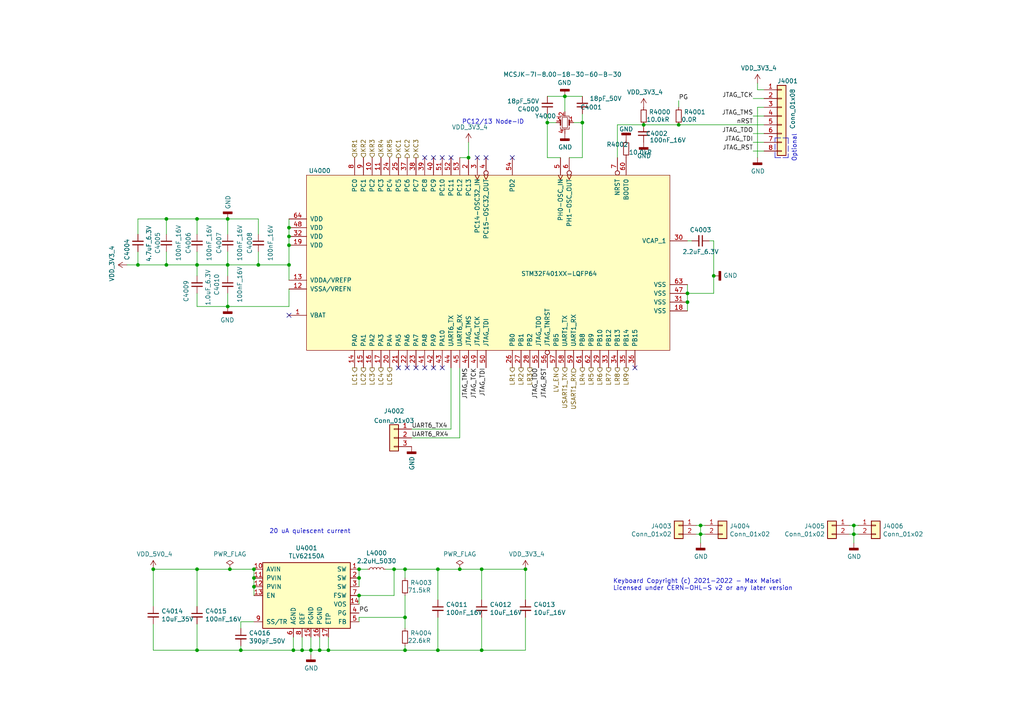
<source format=kicad_sch>
(kicad_sch (version 20211123) (generator eeschema)
  (paper "A4")
  (lib_symbols
    (symbol "Keyboard:0.0R" (pin_numbers hide) (pin_names (offset 0.254) hide)
      (property "Reference" "R" (at 0.762 0.508 0))
      (property "Value" "0.0R" (at 0.762 -1.016 0))
      (symbol "0.0R_0_1"
        (rectangle (start -0.762 1.778) (end 0.762 -1.778) (stroke (width 0.2032)))
      )
      (symbol "0.0R_1_1"
        (pin passive line (at 0 2.54 270) (length 0.762) (name "~") (number "1"))
        (pin passive line (at 0 -2.54 90) (length 0.762) (name "~") (number "2"))
      )
    )
    (symbol "Keyboard:1.0uF_6.3V" (pin_numbers hide) (pin_names (offset 0.254) hide)
      (property "Reference" "C" (at 0.254 1.778 0))
      (property "Value" "1.0uF_6.3V" (at 0.254 -2.032 0))
      (symbol "1.0uF_6.3V_0_1"
        (polyline (pts (xy -1.524 -0.508) (xy 1.524 -0.508)) (stroke (width 0.3302)))
        (polyline (pts (xy -1.524 0.508) (xy 1.524 0.508)) (stroke (width 0.3048)))
      )
      (symbol "1.0uF_6.3V_1_1"
        (pin passive line (at 0 2.54 270) (length 2.032) (name "~") (number "1"))
        (pin passive line (at 0 -2.54 90) (length 2.032) (name "~") (number "2"))
      )
    )
    (symbol "Keyboard:10.0kR" (pin_numbers hide) (pin_names (offset 0.254) hide)
      (property "Reference" "R" (at 0.762 0.508 0))
      (property "Value" "10.0kR" (at 0.762 -1.016 0))
      (symbol "10.0kR_0_1"
        (rectangle (start -0.762 1.778) (end 0.762 -1.778) (stroke (width 0.2032)))
      )
      (symbol "10.0kR_1_1"
        (pin passive line (at 0 2.54 270) (length 0.762) (name "~") (number "1"))
        (pin passive line (at 0 -2.54 90) (length 0.762) (name "~") (number "2"))
      )
    )
    (symbol "Keyboard:100nF_16V" (pin_numbers hide) (pin_names (offset 0.254) hide)
      (property "Reference" "C" (at 0.254 1.778 0))
      (property "Value" "100nF_16V" (at 0.254 -2.032 0))
      (symbol "100nF_16V_0_1"
        (polyline (pts (xy -1.524 -0.508) (xy 1.524 -0.508)) (stroke (width 0.3302)))
        (polyline (pts (xy -1.524 0.508) (xy 1.524 0.508)) (stroke (width 0.3048)))
      )
      (symbol "100nF_16V_1_1"
        (pin passive line (at 0 2.54 270) (length 2.032) (name "~") (number "1"))
        (pin passive line (at 0 -2.54 90) (length 2.032) (name "~") (number "2"))
      )
    )
    (symbol "Keyboard:10uF_16V" (pin_numbers hide) (pin_names (offset 0.254) hide)
      (property "Reference" "C" (at 0.254 1.778 0))
      (property "Value" "10uF_16V" (at 0.254 -2.032 0))
      (symbol "10uF_16V_0_1"
        (polyline (pts (xy -1.524 -0.508) (xy 1.524 -0.508)) (stroke (width 0.3302)))
        (polyline (pts (xy -1.524 0.508) (xy 1.524 0.508)) (stroke (width 0.3048)))
      )
      (symbol "10uF_16V_1_1"
        (pin passive line (at 0 2.54 270) (length 2.032) (name "~") (number "1"))
        (pin passive line (at 0 -2.54 90) (length 2.032) (name "~") (number "2"))
      )
    )
    (symbol "Keyboard:10uF_35V" (pin_numbers hide) (pin_names (offset 0.254) hide)
      (property "Reference" "C" (at 0.254 1.778 0))
      (property "Value" "10uF_35V" (at 0.254 -2.032 0))
      (symbol "10uF_35V_0_1"
        (polyline (pts (xy -1.524 -0.508) (xy 1.524 -0.508)) (stroke (width 0.3302)))
        (polyline (pts (xy -1.524 0.508) (xy 1.524 0.508)) (stroke (width 0.3048)))
      )
      (symbol "10uF_35V_1_1"
        (pin passive line (at 0 2.54 270) (length 2.032) (name "~") (number "1"))
        (pin passive line (at 0 -2.54 90) (length 2.032) (name "~") (number "2"))
      )
    )
    (symbol "Keyboard:18pF_50V" (pin_numbers hide) (pin_names (offset 0.254) hide)
      (property "Reference" "C" (at 0.254 1.778 0))
      (property "Value" "18pF_50V" (at 0.254 -2.032 0))
      (symbol "18pF_50V_0_1"
        (polyline (pts (xy -1.524 -0.508) (xy 1.524 -0.508)) (stroke (width 0.3302)))
        (polyline (pts (xy -1.524 0.508) (xy 1.524 0.508)) (stroke (width 0.3048)))
      )
      (symbol "18pF_50V_1_1"
        (pin passive line (at 0 2.54 270) (length 2.032) (name "~") (number "1"))
        (pin passive line (at 0 -2.54 90) (length 2.032) (name "~") (number "2"))
      )
    )
    (symbol "Keyboard:2.2uF_6.3V" (pin_numbers hide) (pin_names (offset 0.254) hide)
      (property "Reference" "C" (at 0.254 1.778 0))
      (property "Value" "2.2uF_6.3V" (at 0.254 -2.032 0))
      (symbol "2.2uF_6.3V_0_1"
        (polyline (pts (xy -1.524 -0.508) (xy 1.524 -0.508)) (stroke (width 0.3302)))
        (polyline (pts (xy -1.524 0.508) (xy 1.524 0.508)) (stroke (width 0.3048)))
      )
      (symbol "2.2uF_6.3V_1_1"
        (pin passive line (at 0 2.54 270) (length 2.032) (name "~") (number "1"))
        (pin passive line (at 0 -2.54 90) (length 2.032) (name "~") (number "2"))
      )
    )
    (symbol "Keyboard:2.2uH_5030" (pin_numbers hide) (pin_names (offset 0.254) hide)
      (property "Reference" "L" (at 0.762 1.016 0))
      (property "Value" "2.2uH_5030" (at 0.762 -1.016 0))
      (symbol "2.2uH_5030_0_1"
        (arc (start 0 -2.032) (mid 0.508 -1.524) (end 0 -1.016))
        (arc (start 0 -1.016) (mid 0.508 -0.508) (end 0 0))
        (arc (start 0 0) (mid 0.508 0.508) (end 0 1.016))
        (arc (start 0 1.016) (mid 0.508 1.524) (end 0 2.032))
      )
      (symbol "2.2uH_5030_1_1"
        (pin passive line (at 0 2.54 270) (length 0.508) (name "~") (number "1"))
        (pin passive line (at 0 -2.54 90) (length 0.508) (name "~") (number "2"))
      )
    )
    (symbol "Keyboard:22.6kR" (pin_numbers hide) (pin_names (offset 0.254) hide)
      (property "Reference" "R" (at 0.762 0.508 0))
      (property "Value" "22.6kR" (at 0.762 -1.016 0))
      (symbol "22.6kR_0_1"
        (rectangle (start -0.762 1.778) (end 0.762 -1.778) (stroke (width 0.2032)))
      )
      (symbol "22.6kR_1_1"
        (pin passive line (at 0 2.54 270) (length 0.762) (name "~") (number "1"))
        (pin passive line (at 0 -2.54 90) (length 0.762) (name "~") (number "2"))
      )
    )
    (symbol "Keyboard:390pF_50V" (pin_numbers hide) (pin_names (offset 0.254) hide)
      (property "Reference" "C" (at 0.254 1.778 0))
      (property "Value" "390pF_50V" (at 0.254 -2.032 0))
      (symbol "390pF_50V_0_1"
        (polyline (pts (xy -1.524 -0.508) (xy 1.524 -0.508)) (stroke (width 0.3302)))
        (polyline (pts (xy -1.524 0.508) (xy 1.524 0.508)) (stroke (width 0.3048)))
      )
      (symbol "390pF_50V_1_1"
        (pin passive line (at 0 2.54 270) (length 2.032) (name "~") (number "1"))
        (pin passive line (at 0 -2.54 90) (length 2.032) (name "~") (number "2"))
      )
    )
    (symbol "Keyboard:4.7uF_6.3V" (pin_numbers hide) (pin_names (offset 0.254) hide)
      (property "Reference" "C" (at 0.254 1.778 0))
      (property "Value" "4.7uF_6.3V" (at 0.254 -2.032 0))
      (symbol "4.7uF_6.3V_0_1"
        (polyline (pts (xy -1.524 -0.508) (xy 1.524 -0.508)) (stroke (width 0.3302)))
        (polyline (pts (xy -1.524 0.508) (xy 1.524 0.508)) (stroke (width 0.3048)))
      )
      (symbol "4.7uF_6.3V_1_1"
        (pin passive line (at 0 2.54 270) (length 2.032) (name "~") (number "1"))
        (pin passive line (at 0 -2.54 90) (length 2.032) (name "~") (number "2"))
      )
    )
    (symbol "Keyboard:71.5kR" (pin_numbers hide) (pin_names (offset 0.254) hide)
      (property "Reference" "R" (at 0.762 0.508 0))
      (property "Value" "71.5kR" (at 0.762 -1.016 0))
      (symbol "71.5kR_0_1"
        (rectangle (start -0.762 1.778) (end 0.762 -1.778) (stroke (width 0.2032)))
      )
      (symbol "71.5kR_1_1"
        (pin passive line (at 0 2.54 270) (length 0.762) (name "~") (number "1"))
        (pin passive line (at 0 -2.54 90) (length 0.762) (name "~") (number "2"))
      )
    )
    (symbol "Keyboard:Conn_01x02" (pin_names (offset 1.016) hide)
      (property "Reference" "J" (at 0 3.81 0))
      (property "Value" "Conn_01x02" (at 0 -3.81 0))
      (symbol "Conn_01x02_1_1"
        (rectangle (start -1.27 -1.143) (end 0 -1.397) (stroke (width 0.1524)))
        (rectangle (start -1.27 1.397) (end 0 1.143) (stroke (width 0.1524)))
        (rectangle (start -1.27 2.54) (end 1.27 -2.54) (stroke (width 0.254)) (fill (type background)))
        (pin passive line (at -5.08 1.27 0) (length 3.81) (name "Pin_1") (number "1"))
        (pin passive line (at -5.08 -1.27 0) (length 3.81) (name "Pin_2") (number "2"))
      )
    )
    (symbol "Keyboard:Conn_01x03" (pin_names (offset 1.016) hide)
      (property "Reference" "J" (at 0 5.08 0))
      (property "Value" "Conn_01x03" (at 0 -5.715 0))
      (symbol "Conn_01x03_1_1"
        (rectangle (start -1.27 -2.413) (end 0 -2.667) (stroke (width 0.1524)))
        (rectangle (start -1.27 0.127) (end 0 -0.127) (stroke (width 0.1524)))
        (rectangle (start -1.27 2.667) (end 0 2.413) (stroke (width 0.1524)))
        (rectangle (start -1.27 3.81) (end 1.27 -3.81) (stroke (width 0.254)) (fill (type background)))
        (pin passive line (at -5.08 2.54 0) (length 3.81) (name "Pin_1") (number "1"))
        (pin passive line (at -5.08 0 0) (length 3.81) (name "Pin_2") (number "2"))
        (pin passive line (at -5.08 -2.54 0) (length 3.81) (name "Pin_3") (number "3"))
      )
    )
    (symbol "Keyboard:Conn_01x08" (pin_names (offset 1.016) hide)
      (property "Reference" "J" (at 0 10.16 0))
      (property "Value" "Conn_01x08" (at 0 -12.7 0))
      (symbol "Conn_01x08_1_1"
        (rectangle (start -1.27 -10.033) (end 0 -10.287) (stroke (width 0.1524)))
        (rectangle (start -1.27 -7.493) (end 0 -7.747) (stroke (width 0.1524)))
        (rectangle (start -1.27 -4.953) (end 0 -5.207) (stroke (width 0.1524)))
        (rectangle (start -1.27 -2.413) (end 0 -2.667) (stroke (width 0.1524)))
        (rectangle (start -1.27 0.127) (end 0 -0.127) (stroke (width 0.1524)))
        (rectangle (start -1.27 2.667) (end 0 2.413) (stroke (width 0.1524)))
        (rectangle (start -1.27 5.207) (end 0 4.953) (stroke (width 0.1524)))
        (rectangle (start -1.27 7.747) (end 0 7.493) (stroke (width 0.1524)))
        (rectangle (start -1.27 8.89) (end 1.27 -11.43) (stroke (width 0.254)) (fill (type background)))
        (pin passive line (at -5.08 7.62 0) (length 3.81) (name "Pin_1") (number "1"))
        (pin passive line (at -5.08 5.08 0) (length 3.81) (name "Pin_2") (number "2"))
        (pin passive line (at -5.08 2.54 0) (length 3.81) (name "Pin_3") (number "3"))
        (pin passive line (at -5.08 0 0) (length 3.81) (name "Pin_4") (number "4"))
        (pin passive line (at -5.08 -2.54 0) (length 3.81) (name "Pin_5") (number "5"))
        (pin passive line (at -5.08 -5.08 0) (length 3.81) (name "Pin_6") (number "6"))
        (pin passive line (at -5.08 -7.62 0) (length 3.81) (name "Pin_7") (number "7"))
        (pin passive line (at -5.08 -10.16 0) (length 3.81) (name "Pin_8") (number "8"))
      )
    )
    (symbol "Keyboard:GND" (power) (pin_names (offset 0))
      (property "Value" "GND" (at 0 -3.175 0))
      (symbol "GND_0_1"
        (rectangle (start -1.27 -1.524) (end 1.27 -2.032) (stroke (width 0.254)) (fill (type outline)))
        (polyline (pts (xy 0 0) (xy 0 -1.524)))
      )
      (symbol "GND_1_1"
        (pin power_in line (at 0 0 270) (length 0) hide (name "GND") (number "1"))
      )
    )
    (symbol "Keyboard:MCSJK-7I-8.00-18-30-60-B-30" (pin_names (offset 1.016) hide)
      (property "Reference" "Y" (at 1.27 4.445 0))
      (property "Value" "MCSJK-7I-8.00-18-30-60-B-30" (at 1.27 2.54 0))
      (symbol "MCSJK-7I-8.00-18-30-60-B-30_0_1"
        (rectangle (start -0.762 -1.524) (end 0.762 1.524))
        (polyline (pts (xy -1.27 -0.762) (xy -1.27 0.762)) (stroke (width 0.381)))
        (polyline (pts (xy 1.27 -0.762) (xy 1.27 0.762)) (stroke (width 0.381)))
        (polyline (pts (xy -1.27 -1.27) (xy -1.27 -1.905) (xy 1.27 -1.905) (xy 1.27 -1.27)))
        (polyline (pts (xy -1.27 1.27) (xy -1.27 1.905) (xy 1.27 1.905) (xy 1.27 1.27)))
      )
      (symbol "MCSJK-7I-8.00-18-30-60-B-30_1_1"
        (pin passive line (at -2.54 0 0) (length 1.27) (name "1") (number "1"))
        (pin passive line (at 0 -3.175 90) (length 1.27) (name "2") (number "2"))
        (pin passive line (at 2.54 0 180) (length 1.27) (name "3") (number "3"))
        (pin passive line (at 0 3.175 270) (length 1.27) (name "4") (number "4"))
      )
    )
    (symbol "Keyboard:PWR_FLAG" (power) (pin_numbers hide) (pin_names (offset 0) hide)
      (property "Value" "PWR_FLAG" (at 0 3.81 0))
      (symbol "PWR_FLAG_0_0"
        (pin power_out line (at 0 0 90) (length 0) (name "pwr") (number "1"))
      )
      (symbol "PWR_FLAG_0_1"
        (polyline (pts (xy 0 0) (xy 0 1.27) (xy -1.016 1.905) (xy 0 2.54) (xy 1.016 1.905) (xy 0 1.27)))
      )
    )
    (symbol "Keyboard:STM32F401XX-LQFP64" (pin_names (offset 1.016))
      (property "Reference" "U" (at -36.83 77.47 0))
      (property "Value" "STM32F401XX-LQFP64" (at 20.32 -31.75 0))
      (symbol "STM32F401XX-LQFP64_0_1"
        (rectangle (start -25.4 76.2) (end 25.4 -29.21) (fill (type background)))
      )
      (symbol "STM32F401XX-LQFP64_1_1"
        (pin power_in line (at -15.24 81.28 270) (length 5.08) (name "VBAT") (number "1"))
        (pin bidirectional line (at 30.48 57.15 180) (length 5.08) (name "PC2") (number "10"))
        (pin bidirectional line (at 30.48 54.61 180) (length 5.08) (name "PC3") (number "11"))
        (pin power_in line (at -7.62 81.28 270) (length 5.08) (name "VSSA/VREFN") (number "12"))
        (pin power_in line (at -5.08 81.28 270) (length 5.08) (name "VDDA/VREFP") (number "13"))
        (pin bidirectional line (at -30.48 62.23 0) (length 5.08) (name "PA0") (number "14"))
        (pin bidirectional line (at -30.48 59.69 0) (length 5.08) (name "PA1") (number "15"))
        (pin bidirectional line (at -30.48 57.15 0) (length 5.08) (name "PA2") (number "16"))
        (pin bidirectional line (at -30.48 54.61 0) (length 5.08) (name "PA3") (number "17"))
        (pin power_in line (at -13.97 -34.29 90) (length 5.08) (name "VSS") (number "18"))
        (pin power_in line (at 5.08 81.28 270) (length 5.08) (name "VDD") (number "19"))
        (pin bidirectional line (at 30.48 29.21 180) (length 5.08) (name "PC13") (number "2"))
        (pin bidirectional line (at -30.48 52.07 0) (length 5.08) (name "PA4") (number "20"))
        (pin bidirectional line (at -30.48 49.53 0) (length 5.08) (name "PA5") (number "21"))
        (pin bidirectional line (at -30.48 46.99 0) (length 5.08) (name "PA6") (number "22"))
        (pin bidirectional line (at -30.48 44.45 0) (length 5.08) (name "PA7") (number "23"))
        (pin bidirectional line (at 30.48 52.07 180) (length 5.08) (name "PC4") (number "24"))
        (pin bidirectional line (at 30.48 49.53 180) (length 5.08) (name "PC5") (number "25"))
        (pin bidirectional line (at -30.48 16.51 0) (length 5.08) (name "PB0") (number "26"))
        (pin bidirectional line (at -30.48 13.97 0) (length 5.08) (name "PB1") (number "27"))
        (pin bidirectional line (at -30.48 11.43 0) (length 5.08) (name "PB2") (number "28"))
        (pin bidirectional line (at -30.48 -8.89 0) (length 5.08) (name "PB10") (number "29"))
        (pin bidirectional clock (at 30.48 26.67 180) (length 5.08) (name "PC14-OSC32_IN") (number "3"))
        (pin passive line (at 6.35 -34.29 90) (length 5.08) (name "VCAP_1") (number "30"))
        (pin power_in line (at -11.43 -34.29 90) (length 5.08) (name "VSS") (number "31"))
        (pin power_in line (at 7.62 81.28 270) (length 5.08) (name "VDD") (number "32"))
        (pin bidirectional line (at -30.48 -11.43 0) (length 5.08) (name "PB12") (number "33"))
        (pin bidirectional line (at -30.48 -13.97 0) (length 5.08) (name "PB13") (number "34"))
        (pin bidirectional line (at -30.48 -16.51 0) (length 5.08) (name "PB14") (number "35"))
        (pin bidirectional line (at -30.48 -19.05 0) (length 5.08) (name "PB15") (number "36"))
        (pin bidirectional line (at 30.48 46.99 180) (length 5.08) (name "PC6") (number "37") (alternate "UART6_TX" output line))
        (pin bidirectional line (at 30.48 44.45 180) (length 5.08) (name "PC7") (number "38") (alternate "UART6_RX" input line))
        (pin bidirectional line (at 30.48 41.91 180) (length 5.08) (name "PC8") (number "39"))
        (pin bidirectional inverted_clock (at 30.48 24.13 180) (length 5.08) (name "PC15-OSC32_OUT") (number "4"))
        (pin bidirectional line (at 30.48 39.37 180) (length 5.08) (name "PC9") (number "40"))
        (pin bidirectional line (at -30.48 41.91 0) (length 5.08) (name "PA8") (number "41"))
        (pin bidirectional line (at -30.48 39.37 0) (length 5.08) (name "PA9") (number "42"))
        (pin bidirectional line (at -30.48 36.83 0) (length 5.08) (name "PA10") (number "43"))
        (pin bidirectional line (at -30.48 34.29 0) (length 5.08) (name "PA11") (number "44") (alternate "UART6_TX" output line))
        (pin bidirectional line (at -30.48 31.75 0) (length 5.08) (name "PA12") (number "45") (alternate "UART6_RX" input line))
        (pin bidirectional line (at -30.48 29.21 0) (length 5.08) (name "PA13") (number "46") (alternate "JTAG_TMS" input line))
        (pin power_in line (at -8.89 -34.29 90) (length 5.08) (name "VSS") (number "47"))
        (pin power_in line (at 10.16 81.28 270) (length 5.08) (name "VDD") (number "48"))
        (pin bidirectional line (at -30.48 26.67 0) (length 5.08) (name "PA14") (number "49") (alternate "JTAG_TCK" input line))
        (pin bidirectional clock (at 30.48 2.54 180) (length 5.08) (name "PH0-OSC_IN") (number "5"))
        (pin bidirectional line (at -30.48 24.13 0) (length 5.08) (name "PA15") (number "50") (alternate "JTAG_TDI" input line))
        (pin bidirectional line (at 30.48 36.83 180) (length 5.08) (name "PC10") (number "51"))
        (pin bidirectional line (at 30.48 34.29 180) (length 5.08) (name "PC11") (number "52"))
        (pin bidirectional line (at 30.48 31.75 180) (length 5.08) (name "PC12") (number "53"))
        (pin bidirectional line (at 30.48 16.51 180) (length 5.08) (name "PD2") (number "54"))
        (pin bidirectional line (at -30.48 8.89 0) (length 5.08) (name "PB3") (number "55") (alternate "JTAG_TDO" output line))
        (pin bidirectional line (at -30.48 6.35 0) (length 5.08) (name "PB4") (number "56") (alternate "JTAG_TNRST" input inverted))
        (pin bidirectional line (at -30.48 3.81 0) (length 5.08) (name "PB5") (number "57"))
        (pin bidirectional line (at -30.48 1.27 0) (length 5.08) (name "PB6") (number "58") (alternate "UART1_TX" output line))
        (pin bidirectional line (at -30.48 -1.27 0) (length 5.08) (name "PB7") (number "59") (alternate "UART1_RX" input line))
        (pin bidirectional inverted_clock (at 30.48 0 180) (length 5.08) (name "PH1-OSC_OUT") (number "6"))
        (pin input line (at 30.48 -16.51 180) (length 5.08) (name "BOOT0") (number "60"))
        (pin bidirectional line (at -30.48 -3.81 0) (length 5.08) (name "PB8") (number "61"))
        (pin bidirectional line (at -30.48 -6.35 0) (length 5.08) (name "PB9") (number "62"))
        (pin power_in line (at -6.35 -34.29 90) (length 5.08) (name "VSS") (number "63"))
        (pin power_in line (at 12.7 81.28 270) (length 5.08) (name "VDD") (number "64"))
        (pin input inverted (at 30.48 -13.97 180) (length 5.08) (name "NRST") (number "7"))
        (pin bidirectional line (at 30.48 62.23 180) (length 5.08) (name "PC0") (number "8"))
        (pin bidirectional line (at 30.48 59.69 180) (length 5.08) (name "PC1") (number "9"))
      )
    )
    (symbol "Keyboard:TLV62150A" (pin_names (offset 1.016))
      (property "Reference" "U" (at -11.43 10.16 0))
      (property "Value" "TLV62150A" (at 7.62 10.16 0))
      (symbol "TLV62150A_0_1"
        (rectangle (start 12.7 -10.16) (end -12.7 8.89) (stroke (width 0.254)) (fill (type background)))
      )
      (symbol "TLV62150A_1_1"
        (pin output line (at 15.24 6.985 180) (length 2.54) (name "SW") (number "1"))
        (pin power_in line (at -15.24 6.985 0) (length 2.54) (name "AVIN") (number "10"))
        (pin power_in line (at -15.24 4.445 0) (length 2.54) (name "PVIN") (number "11"))
        (pin power_in line (at -15.24 1.905 0) (length 2.54) (name "PVIN") (number "12"))
        (pin input line (at -15.24 -0.635 0) (length 2.54) (name "EN") (number "13"))
        (pin input line (at 15.24 -3.175 180) (length 2.54) (name "VOS") (number "14"))
        (pin power_in line (at 1.27 -12.7 90) (length 2.54) (name "PGND") (number "15"))
        (pin power_in line (at 3.81 -12.7 90) (length 2.54) (name "PGND") (number "16"))
        (pin power_in line (at 6.35 -12.7 90) (length 2.54) (name "ETP") (number "17"))
        (pin passive line (at 15.24 4.445 180) (length 2.54) (name "SW") (number "2"))
        (pin passive line (at 15.24 1.905 180) (length 2.54) (name "SW") (number "3"))
        (pin output line (at 15.24 -5.715 180) (length 2.54) (name "PG") (number "4"))
        (pin input line (at 15.24 -8.255 180) (length 2.54) (name "FB") (number "5"))
        (pin power_in line (at -3.81 -12.7 90) (length 2.54) (name "AGND") (number "6"))
        (pin input line (at 15.24 -0.635 180) (length 2.54) (name "FSW") (number "7"))
        (pin input line (at -1.27 -12.7 90) (length 2.54) (name "DEF") (number "8"))
        (pin input line (at -15.24 -8.255 0) (length 2.54) (name "SS/TR") (number "9"))
      )
    )
    (symbol "Keyboard:VDD_3V3_4" (power) (pin_names (offset 0))
      (property "Value" "VDD_3V3_4" (at 0 3.556 0))
      (symbol "VDD_3V3_4_0_1"
        (polyline (pts (xy -0.762 1.27) (xy 0 2.54)))
        (polyline (pts (xy 0 0) (xy 0 2.54)))
        (polyline (pts (xy 0 2.54) (xy 0.762 1.27)))
      )
      (symbol "VDD_3V3_4_1_1"
        (pin power_in line (at 0 0 90) (length 0) hide (name "VDD_3V3_4") (number "1"))
      )
    )
    (symbol "Keyboard:VDD_5V0_4" (power) (pin_names (offset 0))
      (property "Value" "VDD_5V0_4" (at 0 3.556 0))
      (symbol "VDD_5V0_4_0_1"
        (polyline (pts (xy -0.762 1.27) (xy 0 2.54)))
        (polyline (pts (xy 0 0) (xy 0 2.54)))
        (polyline (pts (xy 0 2.54) (xy 0.762 1.27)))
      )
      (symbol "VDD_5V0_4_1_1"
        (pin power_in line (at 0 0 90) (length 0) hide (name "VDD_5V0_4") (number "1"))
      )
    )
  )
  (junction (at 104.14 165.1))
  (junction (at 199.39 87.63))
  (junction (at 196.85 36.195))
  (junction (at 135.89 45.72))
  (junction (at 92.71 188.595))
  (junction (at 90.17 188.595))
  (junction (at 44.45 165.1))
  (junction (at 203.2 152.4))
  (junction (at 127 188.595))
  (junction (at 207.01 80.01))
  (junction (at 163.83 27.94))
  (junction (at 114.3 165.1))
  (junction (at 73.66 170.18))
  (junction (at 40.005 76.835))
  (junction (at 74.93 76.835))
  (junction (at 48.26 76.835))
  (junction (at 117.475 179.07))
  (junction (at 69.85 188.595))
  (junction (at 203.2 154.94))
  (junction (at 168.91 35.56))
  (junction (at 85.09 188.595))
  (junction (at 95.25 188.595))
  (junction (at 127 165.1))
  (junction (at 57.15 76.835))
  (junction (at 57.15 165.1))
  (junction (at 66.675 165.1))
  (junction (at 117.475 188.595))
  (junction (at 158.75 35.56))
  (junction (at 247.65 154.94))
  (junction (at 152.4 165.1))
  (junction (at 247.65 152.4))
  (junction (at 83.82 68.58))
  (junction (at 186.69 36.195))
  (junction (at 83.82 66.04))
  (junction (at 117.475 165.1))
  (junction (at 83.82 76.835))
  (junction (at 48.26 63.5))
  (junction (at 66.04 63.5))
  (junction (at 66.04 88.9))
  (junction (at 73.66 165.1))
  (junction (at 87.63 188.595))
  (junction (at 73.66 167.64))
  (junction (at 139.7 188.595))
  (junction (at 133.35 165.1))
  (junction (at 57.15 188.595))
  (junction (at 83.82 71.12))
  (junction (at 139.7 165.1))
  (junction (at 104.14 167.64))
  (junction (at 199.39 85.09))
  (junction (at 104.14 172.72))
  (junction (at 66.04 76.835))
  (junction (at 57.15 63.5))
  (no_connect (at 130.81 45.72))
  (no_connect (at 184.15 106.68))
  (no_connect (at 83.82 91.44))
  (no_connect (at 125.73 106.68))
  (no_connect (at 140.97 45.72))
  (no_connect (at 123.19 45.72))
  (no_connect (at 115.57 106.68))
  (no_connect (at 128.27 106.68))
  (no_connect (at 123.19 106.68))
  (no_connect (at 138.43 45.72))
  (no_connect (at 125.73 45.72))
  (no_connect (at 148.59 45.72))
  (no_connect (at 128.27 45.72))
  (no_connect (at 120.65 106.68))
  (no_connect (at 118.11 106.68))
  (wire (pts (xy 66.04 63.5) (xy 74.93 63.5)))
  (wire (pts (xy 83.82 66.04) (xy 83.82 68.58)))
  (wire (pts (xy 119.38 124.46) (xy 130.81 124.46)))
  (wire (pts (xy 165.1 45.72) (xy 168.91 45.72)))
  (wire (pts (xy 207.01 69.85) (xy 207.01 80.01)))
  (wire (pts (xy 133.35 45.72) (xy 135.89 45.72)))
  (wire (pts (xy 44.45 180.975) (xy 44.45 188.595)))
  (wire (pts (xy 40.005 76.835) (xy 48.26 76.835)))
  (wire (pts (xy 114.3 172.72) (xy 114.3 165.1)))
  (wire (pts (xy 57.15 85.09) (xy 57.15 88.9)))
  (wire (pts (xy 57.15 175.895) (xy 57.15 165.1)))
  (wire (pts (xy 104.14 172.72) (xy 114.3 172.72)))
  (wire (pts (xy 186.69 36.195) (xy 196.85 36.195)))
  (wire (pts (xy 95.25 188.595) (xy 92.71 188.595)))
  (polyline (pts (xy 228.6 40.005) (xy 228.6 45.72)))
  (wire (pts (xy 83.82 83.82) (xy 83.82 88.9)))
  (wire (pts (xy 199.39 85.09) (xy 207.01 85.09)))
  (wire (pts (xy 139.7 188.595) (xy 127 188.595)))
  (polyline (pts (xy 224.79 45.72) (xy 224.79 40.005)))
  (wire (pts (xy 57.15 80.01) (xy 57.15 76.835)))
  (wire (pts (xy 203.2 154.94) (xy 204.47 154.94)))
  (wire (pts (xy 201.93 154.94) (xy 203.2 154.94)))
  (wire (pts (xy 133.35 165.1) (xy 139.7 165.1)))
  (wire (pts (xy 168.91 27.94) (xy 163.83 27.94)))
  (wire (pts (xy 114.3 165.1) (xy 117.475 165.1)))
  (wire (pts (xy 73.66 167.64) (xy 73.66 170.18)))
  (wire (pts (xy 73.66 165.1) (xy 73.66 167.64)))
  (wire (pts (xy 247.65 157.48) (xy 247.65 154.94)))
  (wire (pts (xy 207.01 85.09) (xy 207.01 80.01)))
  (wire (pts (xy 127 173.99) (xy 127 165.1)))
  (wire (pts (xy 95.25 184.785) (xy 95.25 188.595)))
  (wire (pts (xy 83.82 71.12) (xy 83.82 76.835)))
  (wire (pts (xy 44.45 165.1) (xy 57.15 165.1)))
  (wire (pts (xy 83.82 76.835) (xy 74.93 76.835)))
  (wire (pts (xy 73.66 170.18) (xy 73.66 172.72)))
  (wire (pts (xy 218.44 38.735) (xy 221.615 38.735)))
  (wire (pts (xy 117.475 187.325) (xy 117.475 188.595)))
  (wire (pts (xy 87.63 188.595) (xy 90.17 188.595)))
  (wire (pts (xy 221.615 41.275) (xy 218.44 41.275)))
  (wire (pts (xy 104.14 167.64) (xy 104.14 170.18)))
  (wire (pts (xy 90.17 188.595) (xy 90.17 184.785)))
  (wire (pts (xy 127 179.07) (xy 127 188.595)))
  (wire (pts (xy 40.005 63.5) (xy 48.26 63.5)))
  (wire (pts (xy 74.93 73.025) (xy 74.93 76.835)))
  (wire (pts (xy 163.83 27.94) (xy 158.75 27.94)))
  (wire (pts (xy 66.04 88.9) (xy 83.82 88.9)))
  (wire (pts (xy 139.7 165.1) (xy 152.4 165.1)))
  (polyline (pts (xy 224.79 45.72) (xy 228.6 45.72)))
  (wire (pts (xy 69.85 187.325) (xy 69.85 188.595)))
  (wire (pts (xy 247.65 152.4) (xy 248.92 152.4)))
  (wire (pts (xy 87.63 184.785) (xy 87.63 188.595)))
  (wire (pts (xy 40.005 73.025) (xy 40.005 76.835)))
  (wire (pts (xy 219.71 24.13) (xy 219.71 26.035)))
  (wire (pts (xy 83.82 68.58) (xy 83.82 71.12)))
  (wire (pts (xy 104.14 165.1) (xy 106.68 165.1)))
  (wire (pts (xy 218.44 43.815) (xy 221.615 43.815)))
  (wire (pts (xy 203.2 152.4) (xy 204.47 152.4)))
  (wire (pts (xy 203.2 152.4) (xy 203.2 154.94)))
  (wire (pts (xy 90.17 189.865) (xy 90.17 188.595)))
  (wire (pts (xy 117.475 188.595) (xy 95.25 188.595)))
  (wire (pts (xy 40.005 67.945) (xy 40.005 63.5)))
  (wire (pts (xy 127 165.1) (xy 133.35 165.1)))
  (wire (pts (xy 246.38 152.4) (xy 247.65 152.4)))
  (wire (pts (xy 152.4 179.07) (xy 152.4 188.595)))
  (wire (pts (xy 44.45 175.895) (xy 44.45 165.1)))
  (wire (pts (xy 66.04 80.01) (xy 66.04 76.835)))
  (wire (pts (xy 92.71 184.785) (xy 92.71 188.595)))
  (wire (pts (xy 74.93 67.945) (xy 74.93 63.5)))
  (wire (pts (xy 201.93 152.4) (xy 203.2 152.4)))
  (wire (pts (xy 117.475 172.72) (xy 117.475 179.07)))
  (wire (pts (xy 83.82 63.5) (xy 83.82 66.04)))
  (wire (pts (xy 36.83 76.835) (xy 40.005 76.835)))
  (wire (pts (xy 48.26 73.025) (xy 48.26 76.835)))
  (wire (pts (xy 104.14 179.07) (xy 117.475 179.07)))
  (wire (pts (xy 57.15 165.1) (xy 66.675 165.1)))
  (wire (pts (xy 117.475 165.1) (xy 117.475 167.64)))
  (wire (pts (xy 247.65 154.94) (xy 248.92 154.94)))
  (wire (pts (xy 158.75 45.72) (xy 162.56 45.72)))
  (wire (pts (xy 205.74 69.85) (xy 207.01 69.85)))
  (wire (pts (xy 168.91 33.02) (xy 168.91 35.56)))
  (wire (pts (xy 163.83 32.385) (xy 163.83 27.94)))
  (wire (pts (xy 196.85 36.195) (xy 221.615 36.195)))
  (wire (pts (xy 66.04 73.025) (xy 66.04 76.835)))
  (wire (pts (xy 104.14 180.34) (xy 104.14 179.07)))
  (wire (pts (xy 74.93 76.835) (xy 66.04 76.835)))
  (wire (pts (xy 179.07 36.195) (xy 179.07 45.72)))
  (wire (pts (xy 199.39 87.63) (xy 199.39 85.09)))
  (wire (pts (xy 196.85 29.21) (xy 196.85 31.115)))
  (wire (pts (xy 133.35 106.68) (xy 133.35 127)))
  (wire (pts (xy 158.75 35.56) (xy 158.75 45.72)))
  (wire (pts (xy 218.44 28.575) (xy 221.615 28.575)))
  (wire (pts (xy 57.15 73.025) (xy 57.15 76.835)))
  (wire (pts (xy 161.29 35.56) (xy 158.75 35.56)))
  (wire (pts (xy 83.82 76.835) (xy 83.82 81.28)))
  (wire (pts (xy 85.09 184.785) (xy 85.09 188.595)))
  (wire (pts (xy 246.38 154.94) (xy 247.65 154.94)))
  (polyline (pts (xy 224.79 40.005) (xy 228.6 40.005)))
  (wire (pts (xy 199.39 85.09) (xy 199.39 82.55)))
  (wire (pts (xy 57.15 63.5) (xy 48.26 63.5)))
  (wire (pts (xy 117.475 179.07) (xy 117.475 182.245)))
  (wire (pts (xy 85.09 188.595) (xy 87.63 188.595)))
  (wire (pts (xy 139.7 179.07) (xy 139.7 188.595)))
  (wire (pts (xy 168.91 35.56) (xy 166.37 35.56)))
  (wire (pts (xy 66.04 67.945) (xy 66.04 63.5)))
  (wire (pts (xy 168.91 45.72) (xy 168.91 35.56)))
  (wire (pts (xy 57.15 188.595) (xy 69.85 188.595)))
  (wire (pts (xy 44.45 188.595) (xy 57.15 188.595)))
  (wire (pts (xy 186.69 36.195) (xy 179.07 36.195)))
  (wire (pts (xy 158.75 35.56) (xy 158.75 33.02)))
  (wire (pts (xy 219.71 31.115) (xy 221.615 31.115)))
  (wire (pts (xy 92.71 188.595) (xy 90.17 188.595)))
  (wire (pts (xy 139.7 173.99) (xy 139.7 165.1)))
  (wire (pts (xy 152.4 165.1) (xy 152.4 173.99)))
  (wire (pts (xy 69.85 188.595) (xy 85.09 188.595)))
  (wire (pts (xy 104.14 165.1) (xy 104.14 167.64)))
  (wire (pts (xy 66.04 63.5) (xy 57.15 63.5)))
  (wire (pts (xy 57.15 88.9) (xy 66.04 88.9)))
  (wire (pts (xy 152.4 188.595) (xy 139.7 188.595)))
  (wire (pts (xy 199.39 90.17) (xy 199.39 87.63)))
  (wire (pts (xy 57.15 76.835) (xy 48.26 76.835)))
  (wire (pts (xy 203.2 157.48) (xy 203.2 154.94)))
  (wire (pts (xy 66.04 88.9) (xy 66.04 85.09)))
  (wire (pts (xy 57.15 67.945) (xy 57.15 63.5)))
  (wire (pts (xy 135.89 41.275) (xy 135.89 45.72)))
  (wire (pts (xy 69.85 182.245) (xy 69.85 180.34)))
  (wire (pts (xy 66.675 165.1) (xy 73.66 165.1)))
  (wire (pts (xy 57.15 180.975) (xy 57.15 188.595)))
  (wire (pts (xy 219.71 26.035) (xy 221.615 26.035)))
  (wire (pts (xy 119.38 127) (xy 133.35 127)))
  (wire (pts (xy 200.66 69.85) (xy 199.39 69.85)))
  (wire (pts (xy 69.85 180.34) (xy 73.66 180.34)))
  (wire (pts (xy 66.04 76.835) (xy 57.15 76.835)))
  (wire (pts (xy 111.76 165.1) (xy 114.3 165.1)))
  (wire (pts (xy 221.615 33.655) (xy 218.44 33.655)))
  (wire (pts (xy 48.26 63.5) (xy 48.26 67.945)))
  (wire (pts (xy 247.65 152.4) (xy 247.65 154.94)))
  (wire (pts (xy 104.14 175.26) (xy 104.14 172.72)))
  (wire (pts (xy 219.71 45.72) (xy 219.71 31.115)))
  (wire (pts (xy 130.81 124.46) (xy 130.81 106.68)))
  (wire (pts (xy 127 188.595) (xy 117.475 188.595)))
  (wire (pts (xy 117.475 165.1) (xy 127 165.1)))
  (text "PC12/13 Node-ID" (at 133.985 36.195 0) (effects (font (size 1.27 1.27)) (justify left bottom)))
  (text "Optional" (at 231.14 46.99 90) (effects (font (size 1.27 1.27)) (justify left bottom)))
  (text "Keyboard Copyright (c) 2021-2022 - Max Maisel\nLicensed under CERN-OHL-S v2 or any later version" (at 177.8 171.45 0) (effects (font (size 1.27 1.27)) (justify left bottom)))
  (text "20 uA quiescent current" (at 78.105 154.94 0) (effects (font (size 1.27 1.27)) (justify left bottom)))
  (label "PG" (at 104.14 177.8 0))
  (label "JTAG_TDI" (at 218.44 41.275 180))
  (label "JTAG_TDI" (at 140.97 106.68 270))
  (label "JTAG_TCK" (at 138.43 106.68 270))
  (label "JTAG_TDO" (at 156.21 106.68 270))
  (label "JTAG_RST" (at 218.44 43.815 180))
  (label "JTAG_TDO" (at 218.44 38.735 180))
  (label "nRST" (at 218.44 36.195 180))
  (label "UART6_RX4" (at 119.38 127 0))
  (label "JTAG_RST" (at 158.75 106.68 270))
  (label "UART6_TX4" (at 119.38 124.46 0))
  (label "PG" (at 196.85 29.21 0))
  (label "JTAG_TMS" (at 218.44 33.655 180))
  (label "JTAG_TCK" (at 218.44 28.575 180))
  (label "JTAG_TMS" (at 135.89 106.68 270))
  (hierarchical_label "LC2" (shape output) (at 105.41 106.68 270))
  (hierarchical_label "LC1" (shape output) (at 102.87 106.68 270))
  (hierarchical_label "KR2" (shape input) (at 105.41 45.72 90))
  (hierarchical_label "LR5" (shape output) (at 171.45 106.68 270))
  (hierarchical_label "KR5" (shape input) (at 113.03 45.72 90))
  (hierarchical_label "LR4" (shape output) (at 168.91 106.68 270))
  (hierarchical_label "LR3" (shape output) (at 153.67 106.68 270))
  (hierarchical_label "KR1" (shape input) (at 102.87 45.72 90))
  (hierarchical_label "LR2" (shape output) (at 151.13 106.68 270))
  (hierarchical_label "USART1_RX" (shape input) (at 166.37 106.68 270))
  (hierarchical_label "LV_EN" (shape output) (at 161.29 106.68 270))
  (hierarchical_label "KR3" (shape input) (at 107.95 45.72 90))
  (hierarchical_label "LR7" (shape output) (at 176.53 106.68 270))
  (hierarchical_label "LC3" (shape output) (at 107.95 106.68 270))
  (hierarchical_label "KC1" (shape output) (at 115.57 45.72 90))
  (hierarchical_label "LC4" (shape output) (at 110.49 106.68 270))
  (hierarchical_label "USART1_TX" (shape output) (at 163.83 106.68 270))
  (hierarchical_label "LR1" (shape output) (at 148.59 106.68 270))
  (hierarchical_label "KC3" (shape output) (at 120.65 45.72 90))
  (hierarchical_label "KR4" (shape input) (at 110.49 45.72 90))
  (hierarchical_label "LR9" (shape output) (at 181.61 106.68 270))
  (hierarchical_label "LR8" (shape output) (at 179.07 106.68 270))
  (hierarchical_label "LC5" (shape output) (at 113.03 106.68 270))
  (hierarchical_label "LR6" (shape output) (at 173.99 106.68 270))
  (hierarchical_label "KC2" (shape output) (at 118.11 45.72 90))
  (symbol (lib_id "Keyboard:2.2uF_6.3V") (at 203.2 69.85 270) (unit 1)
    (property "Reference" "C4003" (at 203.2 66.675 90))
    (property "Value" "2.2uF_6.3V" (at 203.2 73.025 90))
    (property "Footprint" "Keyboard:C_0402" (effects hide))
    (property "Datasheet" "81-GRM155R60J225ME9D" (effects hide))
    (property "mouser#" "81-GRM155R60J225ME9D" (effects hide))
  )
  (symbol (lib_id "Keyboard:100nF_16V") (at 48.26 70.485 0) (mirror y) (unit 1)
    (property "Reference" "C4005" (at 45.72 70.485 90))
    (property "Value" "100nF_16V" (at 51.7652 70.485 90))
    (property "Footprint" "Keyboard:C_0402" (effects hide))
    (property "Datasheet" "80-C0402C104K4R" (effects hide))
    (property "mouser#" "80-C0402C104K4R" (effects hide))
  )
  (symbol (lib_id "Keyboard:4.7uF_6.3V") (at 40.005 70.485 0) (mirror x) (unit 1)
    (property "Reference" "C4004" (at 36.83 69.215 90) (effects (justify left)))
    (property "Value" "4.7uF_6.3V" (at 43.18 65.405 90) (effects (justify left)))
    (property "Footprint" "Keyboard:C_0402" (effects hide))
    (property "Datasheet" "81-GRM155R60J475ME7D" (effects hide))
    (property "mouser#" "81-GRM155R60J475ME7D" (effects hide))
  )
  (symbol (lib_id "Keyboard:18pF_50V") (at 158.75 30.48 180) (unit 1)
    (property "Reference" "C4000" (at 156.4132 31.6484 0) (effects (justify left)))
    (property "Value" "18pF_50V" (at 156.4132 29.337 0) (effects (justify left)))
    (property "Footprint" "Keyboard:C_0402" (effects hide))
    (property "Datasheet" "81-GRM1555C1H180FA1D" (effects hide))
    (property "mouser#" "81-GRM1555C1H180FA1D" (effects hide))
  )
  (symbol (lib_id "Keyboard:10.0kR") (at 186.69 33.655 0) (unit 1)
    (property "Reference" "R4000" (at 188.1886 32.4866 0) (effects (justify left)))
    (property "Value" "10.0kR" (at 187.452 34.671 0) (effects (justify left)))
    (property "Footprint" "Keyboard:R_0402" (effects hide))
    (property "Datasheet" "667-ERJ-2RKF1002X" (effects hide))
    (property "mouser#" "667-ERJ-2RKF1002X" (effects hide))
  )
  (symbol (lib_id "Keyboard:GND") (at 66.04 63.5 0) (mirror x) (unit 1)
    (property "Reference" "#PWR04008" (effects hide))
    (property "Value" "GND" (at 66.1416 60.706 90) (effects (justify right)))
  )
  (symbol (lib_id "Keyboard:1.0uF_6.3V") (at 57.15 82.55 0) (mirror x) (unit 1)
    (property "Reference" "C4009" (at 53.975 81.28 90) (effects (justify left)))
    (property "Value" "1.0uF_6.3V" (at 60.325 78.105 90) (effects (justify left)))
    (property "Footprint" "Keyboard:C_0402" (effects hide))
    (property "Datasheet" "81-GRM152R60J105ME5D" (effects hide))
    (property "mouser#" "81-GRM152R60J105ME5D" (effects hide))
  )
  (symbol (lib_id "Keyboard:18pF_50V") (at 168.91 30.48 180) (unit 1)
    (property "Reference" "C4001" (at 174.625 31.115 0) (effects (justify left)))
    (property "Value" "18pF_50V" (at 180.34 28.575 0) (effects (justify left)))
    (property "Footprint" "Keyboard:C_0402" (effects hide))
    (property "Datasheet" "81-GRM1555C1H180FA1D" (effects hide))
    (property "mouser#" "81-GRM1555C1H180FA1D" (effects hide))
  )
  (symbol (lib_id "Keyboard:GND") (at 163.83 38.735 0) (unit 1)
    (property "Reference" "#PWR04003" (effects hide))
    (property "Value" "GND" (at 163.9316 42.672 0))
  )
  (symbol (lib_id "Keyboard:100nF_16V") (at 66.04 82.55 0) (mirror y) (unit 1)
    (property "Reference" "C4010" (at 62.865 82.55 90))
    (property "Value" "100nF_16V" (at 69.5452 82.55 90))
    (property "Footprint" "Keyboard:C_0402" (effects hide))
    (property "Datasheet" "80-C0402C104K4R" (effects hide))
    (property "mouser#" "80-C0402C104K4R" (effects hide))
  )
  (symbol (lib_id "Keyboard:STM32F401XX-LQFP64") (at 165.1 76.2 90) (unit 1)
    (property "Reference" "U4000" (at 89.535 49.53 90) (effects (justify right)))
    (property "Value" "STM32F401XX-LQFP64" (at 151.13 79.375 90) (effects (justify right)))
    (property "Footprint" "Keyboard:LQFP-64" (effects hide))
    (property "Datasheet" "http://www.st.com/content/ccc/resource/technical/document/datasheet/9e/50/b1/5a/5f/ae/4d/c1/DM00086815.pdf/files/DM00086815.pdf/jcr:content/translations/en.DM00086815.pdf" (effects hide))
    (pin "44" (alternate "UART6_TX"))
    (pin "45" (alternate "UART6_RX"))
    (pin "46" (alternate "JTAG_TMS"))
    (pin "49" (alternate "JTAG_TCK"))
    (pin "50" (alternate "JTAG_TDI"))
    (pin "55" (alternate "JTAG_TDO"))
    (pin "56" (alternate "JTAG_TNRST"))
    (pin "58" (alternate "UART1_TX"))
    (pin "59" (alternate "UART1_RX"))
  )
  (symbol (lib_id "Keyboard:10uF_16V") (at 152.4 176.53 0) (unit 1)
    (property "Reference" "C4013" (at 154.7368 175.3616 0) (effects (justify left)))
    (property "Value" "10uF_16V" (at 154.7368 177.673 0) (effects (justify left)))
    (property "Footprint" "Keyboard:C_1206" (effects hide))
    (property "Datasheet" "80-C1206C106K4P" (effects hide))
    (property "mouser#" "80-C1206C106K4P" (effects hide))
  )
  (symbol (lib_id "Keyboard:VDD_5V0_4") (at 44.45 165.1 0) (unit 1)
    (property "Reference" "#PWR04012" (effects hide))
    (property "Value" "VDD_5V0_4" (at 44.831 160.7058 0))
  )
  (symbol (lib_id "Keyboard:VDD_3V3_4") (at 152.4 165.1 0) (unit 1)
    (property "Reference" "#PWR04013" (effects hide))
    (property "Value" "VDD_3V3_4" (at 152.781 160.7058 0))
  )
  (symbol (lib_id "Keyboard:VDD_3V3_4") (at 219.71 24.13 0) (unit 1)
    (property "Reference" "#PWR04000" (effects hide))
    (property "Value" "VDD_3V3_4" (at 220.091 19.7358 0))
  )
  (symbol (lib_id "Keyboard:VDD_3V3_4") (at 186.69 31.115 0) (unit 1)
    (property "Reference" "#PWR04002" (effects hide))
    (property "Value" "VDD_3V3_4" (at 187.071 26.7208 0))
  )
  (symbol (lib_id "Keyboard:VDD_3V3_4") (at 36.83 76.835 90) (unit 1)
    (property "Reference" "#PWR04009" (effects hide))
    (property "Value" "VDD_3V3_4" (at 32.4358 76.454 0))
  )
  (symbol (lib_id "Keyboard:GND") (at 207.01 80.01 90) (unit 1)
    (property "Reference" "#PWR04010" (effects hide))
    (property "Value" "GND" (at 209.804 79.9084 90) (effects (justify right)))
  )
  (symbol (lib_id "Keyboard:100nF_16V") (at 57.15 70.485 0) (mirror y) (unit 1)
    (property "Reference" "C4006" (at 54.61 70.485 90))
    (property "Value" "100nF_16V" (at 60.6552 70.485 90))
    (property "Footprint" "Keyboard:C_0402" (effects hide))
    (property "Datasheet" "80-C0402C104K4R" (effects hide))
    (property "mouser#" "80-C0402C104K4R" (effects hide))
  )
  (symbol (lib_id "Keyboard:100nF_16V") (at 66.04 70.485 0) (mirror y) (unit 1)
    (property "Reference" "C4007" (at 63.5 70.485 90))
    (property "Value" "100nF_16V" (at 69.5452 70.485 90))
    (property "Footprint" "Keyboard:C_0402" (effects hide))
    (property "Datasheet" "80-C0402C104K4R" (effects hide))
    (property "mouser#" "80-C0402C104K4R" (effects hide))
  )
  (symbol (lib_id "Keyboard:100nF_16V") (at 74.93 70.485 0) (mirror y) (unit 1)
    (property "Reference" "C4008" (at 72.39 70.485 90))
    (property "Value" "100nF_16V" (at 78.4352 70.485 90))
    (property "Footprint" "Keyboard:C_0402" (effects hide))
    (property "Datasheet" "80-C0402C104K4R" (effects hide))
    (property "mouser#" "80-C0402C104K4R" (effects hide))
  )
  (symbol (lib_id "Keyboard:MCSJK-7I-8.00-18-30-60-B-30") (at 163.83 35.56 180) (unit 1)
    (property "Reference" "Y4000" (at 161.29 33.655 0) (effects (justify left)))
    (property "Value" "MCSJK-7I-8.00-18-30-60-B-30" (at 180.34 21.59 0) (effects (justify left)))
    (property "Footprint" "Keyboard:Crystal_SMD_Multicomp_5032" (effects hide))
    (property "Datasheet" "http://www.farnell.com/datasheets/2864167.pdf" (effects hide))
    (property "farnell#" "2854013" (effects hide))
    (property "manf#" "MCSJK-7I-8.00-18-30-60-B-30" (effects hide))
  )
  (symbol (lib_id "Keyboard:GND") (at 163.83 27.94 180) (unit 1)
    (property "Reference" "#PWR0106" (effects hide))
    (property "Value" "GND" (at 163.7284 24.003 0))
  )
  (symbol (lib_id "Keyboard:100nF_16V") (at 186.69 38.735 180) (unit 1)
    (property "Reference" "C4002" (at 190.5 38.735 0))
    (property "Value" "100nF_16V" (at 193.675 40.64 0))
    (property "Footprint" "Keyboard:C_0402" (effects hide))
    (property "Datasheet" "80-C0402C104K4R" (effects hide))
    (property "mouser#" "80-C0402C104K4R" (effects hide))
  )
  (symbol (lib_id "Keyboard:GND") (at 186.69 41.275 0) (unit 1)
    (property "Reference" "#PWR04006" (effects hide))
    (property "Value" "GND" (at 186.7916 45.212 0))
  )
  (symbol (lib_id "Keyboard:GND") (at 219.71 45.72 0) (unit 1)
    (property "Reference" "#PWR04007" (effects hide))
    (property "Value" "GND" (at 219.8116 49.657 0))
  )
  (symbol (lib_id "Keyboard:GND") (at 66.04 88.9 0) (mirror y) (unit 1)
    (property "Reference" "#PWR04011" (effects hide))
    (property "Value" "GND" (at 65.9384 92.837 0))
  )
  (symbol (lib_id "Keyboard:TLV62150A") (at 88.9 172.085 0) (unit 1)
    (property "Reference" "U4001" (at 88.9 158.9532 0))
    (property "Value" "TLV62150A" (at 88.9 161.2646 0))
    (property "Footprint" "Keyboard:VQFN16-RGT" (effects hide))
    (property "Datasheet" "https://www.mouser.de/ProductDetail/Texas-Instruments/TLV62150RGTR?qs=sGAEpiMZZMsp%2fksXpw0UCdYH5JryFJ2T" (effects hide))
    (property "mouser#" "595-TLV62150ARGTR" (effects hide))
  )
  (symbol (lib_id "Keyboard:10uF_35V") (at 44.45 178.435 0) (unit 1)
    (property "Reference" "C4014" (at 46.7868 177.2666 0) (effects (justify left)))
    (property "Value" "10uF_35V" (at 46.7868 179.578 0) (effects (justify left)))
    (property "Footprint" "Keyboard:C_1210" (effects hide))
    (property "Datasheet" "963-GMK325BJ106KN-T" (effects hide))
    (property "mouser#" "963-GMK325BJ106KN-T" (effects hide))
  )
  (symbol (lib_id "Keyboard:100nF_16V") (at 57.15 178.435 0) (unit 1)
    (property "Reference" "C4015" (at 59.4868 177.2666 0) (effects (justify left)))
    (property "Value" "100nF_16V" (at 59.4868 179.578 0) (effects (justify left)))
    (property "Footprint" "Keyboard:C_0402" (effects hide))
    (property "Datasheet" "80-C0402C104K4R" (effects hide))
    (property "mouser#" "80-C0402C104K4R" (effects hide))
  )
  (symbol (lib_id "Keyboard:390pF_50V") (at 69.85 184.785 0) (unit 1)
    (property "Reference" "C4016" (at 72.1868 183.6166 0) (effects (justify left)))
    (property "Value" "390pF_50V" (at 72.1868 185.928 0) (effects (justify left)))
    (property "Footprint" "Keyboard:C_0402" (effects hide))
    (property "Datasheet" "81-GRM155R71H391KA1D" (effects hide))
    (property "mouser#" "81-GRM155R71H391KA1D" (effects hide))
  )
  (symbol (lib_id "Keyboard:2.2uH_5030") (at 109.22 165.1 90) (unit 1)
    (property "Reference" "L4000" (at 109.22 160.401 90))
    (property "Value" "2.2uH_5030" (at 109.22 162.7124 90))
    (property "Footprint" "Keyboard:L_Taiyo-Yuden_NR-50xx" (effects hide))
    (property "Datasheet" "963-NRS5030T2R2NMGJV" (effects hide))
    (property "mouser#" "963-NRS5030T2R2NMGJV" (effects hide))
  )
  (symbol (lib_id "Keyboard:22.6kR") (at 117.475 184.785 0) (unit 1)
    (property "Reference" "R4004" (at 118.9736 183.6166 0) (effects (justify left)))
    (property "Value" "22.6kR" (at 118.237 185.801 0) (effects (justify left)))
    (property "Footprint" "Keyboard:R_0402" (effects hide))
    (property "Datasheet" "667-ERJ-S02F2262X" (effects hide))
    (property "mouser#" "667-ERJ-S02F2262X" (effects hide))
  )
  (symbol (lib_id "Keyboard:100nF_16V") (at 127 176.53 0) (unit 1)
    (property "Reference" "C4011" (at 129.3368 175.3616 0) (effects (justify left)))
    (property "Value" "100nF_16V" (at 129.3368 177.673 0) (effects (justify left)))
    (property "Footprint" "Keyboard:C_0402" (effects hide))
    (property "Datasheet" "80-C0402C104K4R" (effects hide))
    (property "mouser#" "80-C0402C104K4R" (effects hide))
  )
  (symbol (lib_id "Keyboard:10uF_16V") (at 139.7 176.53 0) (unit 1)
    (property "Reference" "C4012" (at 142.0368 175.3616 0) (effects (justify left)))
    (property "Value" "10uF_16V" (at 142.0368 177.673 0) (effects (justify left)))
    (property "Footprint" "Keyboard:C_1206" (effects hide))
    (property "Datasheet" "80-C1206C106K4P" (effects hide))
    (property "mouser#" "80-C1206C106K4P" (effects hide))
  )
  (symbol (lib_id "Keyboard:GND") (at 90.17 189.865 0) (unit 1)
    (property "Reference" "#PWR04014" (effects hide))
    (property "Value" "GND" (at 90.2716 193.802 0))
  )
  (symbol (lib_id "Keyboard:71.5kR") (at 117.475 170.18 0) (unit 1)
    (property "Reference" "R4003" (at 118.9736 169.0116 0) (effects (justify left)))
    (property "Value" "71.5kR" (at 118.237 171.196 0) (effects (justify left)))
    (property "Footprint" "Keyboard:R_0402" (effects hide))
    (property "Datasheet" "667-ERJ-2RKF7152X" (effects hide))
    (property "mouser#" "667-ERJ-2RKF7152X" (effects hide))
  )
  (symbol (lib_id "Keyboard:0.0R") (at 196.85 33.655 0) (unit 1)
    (property "Reference" "R4001" (at 198.3486 32.4866 0) (effects (justify left)))
    (property "Value" "0.0R" (at 197.612 34.671 0) (effects (justify left)))
    (property "Footprint" "Keyboard:R_0402" (effects hide))
    (property "Datasheet" "https://eu.mouser.com/datasheet/2/315/AOA0000C301-1488782.pdf" (effects hide))
    (property "mouser#" "667-ERJ-2GE0R00X" (effects hide))
  )
  (symbol (lib_id "Keyboard:GND") (at 181.61 40.64 180) (unit 1)
    (property "Reference" "#PWR04004" (effects hide))
    (property "Value" "GND" (at 181.61 37.465 0))
  )
  (symbol (lib_id "Keyboard:10.0kR") (at 181.61 43.18 0) (unit 1)
    (property "Reference" "R4002" (at 175.895 41.91 0) (effects (justify left)))
    (property "Value" "10.0kR" (at 182.372 44.196 0) (effects (justify left)))
    (property "Footprint" "Keyboard:R_0402" (effects hide))
    (property "Datasheet" "667-ERJ-2RKF1002X" (effects hide))
    (property "mouser#" "667-ERJ-2RKF1002X" (effects hide))
  )
  (symbol (lib_id "Keyboard:Conn_01x08") (at 226.695 33.655 0) (unit 1)
    (property "Reference" "J4001" (at 225.425 23.495 0) (effects (justify left)))
    (property "Value" "Conn_01x08" (at 229.87 37.465 90) (effects (justify left)))
    (property "Footprint" "Keyboard:Pin_Header_Straight_1x08_Pitch2.54mm" (effects hide))
    (property "Datasheet" "Multicomp  2211S-08G" (effects hide))
    (property "farnell#" "1593416" (effects hide))
  )
  (symbol (lib_id "Keyboard:VDD_3V3_4") (at 135.89 41.275 0) (unit 1)
    (property "Reference" "#PWR0109" (effects hide))
    (property "Value" "VDD_3V3_4" (at 136.271 36.8808 0))
  )
  (symbol (lib_id "Keyboard:PWR_FLAG") (at 133.35 165.1 0) (unit 1)
    (property "Reference" "#FLG04001" (effects hide))
    (property "Value" "PWR_FLAG" (at 133.35 160.7058 0))
  )
  (symbol (lib_id "Keyboard:PWR_FLAG") (at 66.675 165.1 0) (unit 1)
    (property "Reference" "#FLG04000" (effects hide))
    (property "Value" "PWR_FLAG" (at 66.675 160.7058 0))
  )
  (symbol (lib_id "Keyboard:GND") (at 119.38 129.54 0) (unit 1)
    (property "Reference" "#PWR0119" (effects hide))
    (property "Value" "GND" (at 119.4816 132.334 90) (effects (justify right)))
  )
  (symbol (lib_id "Keyboard:GND") (at 203.2 157.48 0) (unit 1)
    (property "Reference" "#PWR0121" (effects hide))
    (property "Value" "GND" (at 203.3016 161.417 0))
  )
  (symbol (lib_id "Keyboard:Conn_01x02") (at 196.85 153.67 0) (mirror y) (unit 1)
    (property "Reference" "J4003" (at 194.818 152.6032 0) (effects (justify left)))
    (property "Value" "Conn_01x02" (at 194.818 154.9146 0) (effects (justify left)))
    (property "Footprint" "Keyboard:Pin_Header_Straight_1x02_Pitch2.54mm" (effects hide))
    (property "Datasheet" "Multicomp  2211S-02G" (effects hide))
    (property "farnell#" "1593411" (effects hide))
  )
  (symbol (lib_id "Keyboard:Conn_01x02") (at 241.3 153.67 0) (mirror y) (unit 1)
    (property "Reference" "J4005" (at 239.268 152.6032 0) (effects (justify left)))
    (property "Value" "Conn_01x02" (at 239.268 154.9146 0) (effects (justify left)))
    (property "Footprint" "Keyboard:Pin_Header_Straight_1x02_Pitch2.54mm" (effects hide))
    (property "Datasheet" "Multicomp  2211S-02G" (effects hide))
    (property "farnell#" "1593411" (effects hide))
  )
  (symbol (lib_id "Keyboard:GND") (at 247.65 157.48 0) (unit 1)
    (property "Reference" "#PWR0120" (effects hide))
    (property "Value" "GND" (at 247.7516 161.417 0))
  )
  (symbol (lib_id "Keyboard:Conn_01x03") (at 114.3 127 0) (mirror y) (unit 1)
    (property "Reference" "J4002" (at 114.3 119.2235 0))
    (property "Value" "Conn_01x03" (at 114.3 121.9986 0))
    (property "Footprint" "Keyboard:Pin_Header_Straight_1x03_Pitch2.54mm" (effects hide))
    (property "Datasheet" "Multicomp  2211S-03G" (effects hide))
    (property "farnell#" "1593412" (effects hide))
  )
  (symbol (lib_id "Keyboard:Conn_01x02") (at 254 153.67 0) (unit 1)
    (property "Reference" "J4006" (at 256.032 152.6032 0) (effects (justify left)))
    (property "Value" "Conn_01x02" (at 256.032 154.9146 0) (effects (justify left)))
    (property "Footprint" "Keyboard:Pin_Header_Straight_1x02_Pitch2.54mm" (effects hide))
    (property "Datasheet" "Multicomp  2211S-02G" (effects hide))
    (property "farnell#" "1593411" (effects hide))
  )
  (symbol (lib_id "Keyboard:Conn_01x02") (at 209.55 153.67 0) (unit 1)
    (property "Reference" "J4004" (at 211.582 152.6032 0) (effects (justify left)))
    (property "Value" "Conn_01x02" (at 211.582 154.9146 0) (effects (justify left)))
    (property "Footprint" "Keyboard:Pin_Header_Straight_1x02_Pitch2.54mm" (effects hide))
    (property "Datasheet" "Multicomp  2211S-02G" (effects hide))
    (property "farnell#" "1593411" (effects hide))
  )
)
</source>
